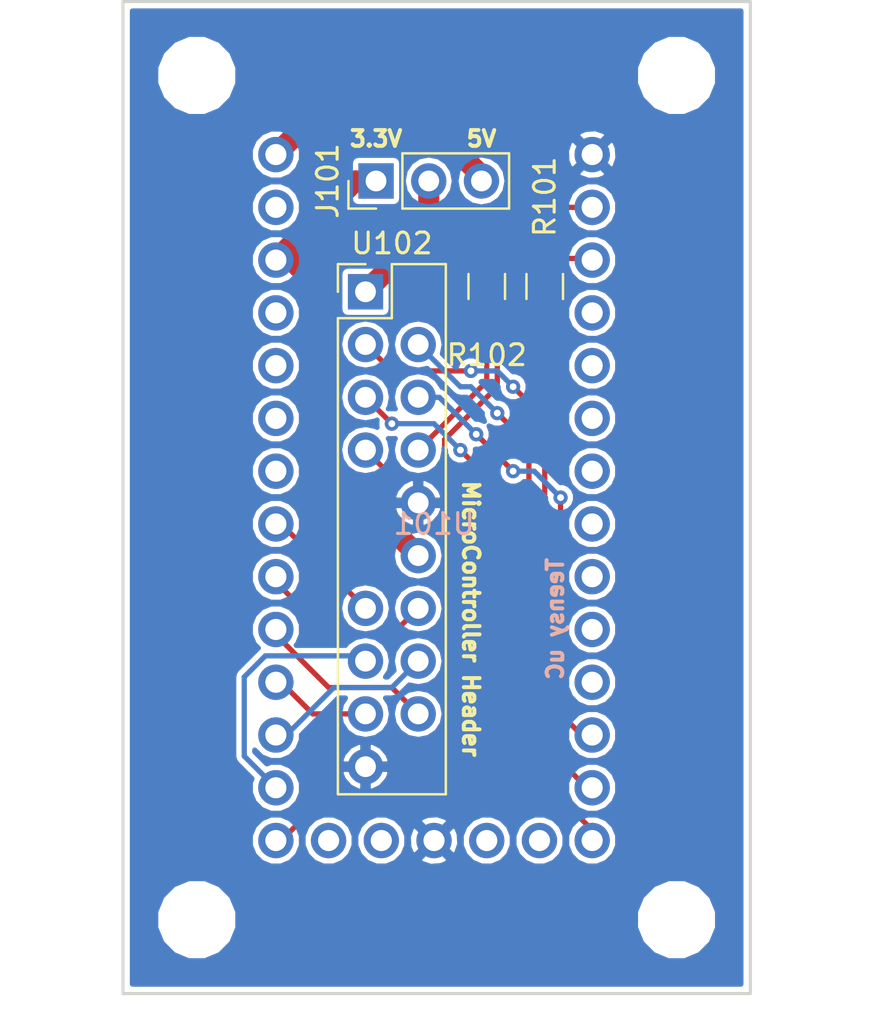
<source format=kicad_pcb>
(kicad_pcb (version 4) (host pcbnew 4.0.6-e0-6349~53~ubuntu14.04.1)

  (general
    (links 21)
    (no_connects 0)
    (area 128.956999 62.408999 159.333001 110.311001)
    (thickness 1.6)
    (drawings 8)
    (tracks 90)
    (zones 0)
    (modules 9)
    (nets 36)
  )

  (page A4)
  (layers
    (0 F.Cu signal)
    (31 B.Cu signal)
    (32 B.Adhes user)
    (33 F.Adhes user)
    (34 B.Paste user)
    (35 F.Paste user)
    (36 B.SilkS user)
    (37 F.SilkS user)
    (38 B.Mask user)
    (39 F.Mask user)
    (40 Dwgs.User user)
    (41 Cmts.User user)
    (42 Eco1.User user)
    (43 Eco2.User user)
    (44 Edge.Cuts user)
    (45 Margin user)
    (46 B.CrtYd user)
    (47 F.CrtYd user)
    (48 B.Fab user)
    (49 F.Fab user)
  )

  (setup
    (last_trace_width 0.254)
    (user_trace_width 0.6096)
    (user_trace_width 1.016)
    (trace_clearance 0.1524)
    (zone_clearance 0.254)
    (zone_45_only no)
    (trace_min 0.1524)
    (segment_width 0.2)
    (edge_width 0.15)
    (via_size 0.6858)
    (via_drill 0.3302)
    (via_min_size 0.6858)
    (via_min_drill 0.3302)
    (uvia_size 0.3)
    (uvia_drill 0.1)
    (uvias_allowed no)
    (uvia_min_size 0.2)
    (uvia_min_drill 0.1)
    (pcb_text_width 0.3)
    (pcb_text_size 1.5 1.5)
    (mod_edge_width 0.15)
    (mod_text_size 1 1)
    (mod_text_width 0.15)
    (pad_size 1.55 1.3)
    (pad_drill 0)
    (pad_to_mask_clearance 0.2)
    (aux_axis_origin 0 0)
    (visible_elements 7FFEF7FF)
    (pcbplotparams
      (layerselection 0x00030_80000001)
      (usegerberextensions false)
      (excludeedgelayer true)
      (linewidth 0.100000)
      (plotframeref false)
      (viasonmask false)
      (mode 1)
      (useauxorigin false)
      (hpglpennumber 1)
      (hpglpenspeed 20)
      (hpglpendiameter 15)
      (hpglpenoverlay 2)
      (psnegative false)
      (psa4output false)
      (plotreference true)
      (plotvalue true)
      (plotinvisibletext false)
      (padsonsilk false)
      (subtractmaskfromsilk false)
      (outputformat 1)
      (mirror false)
      (drillshape 1)
      (scaleselection 1)
      (outputdirectory ""))
  )

  (net 0 "")
  (net 1 /3.3V)
  (net 2 "Net-(J101-Pad2)")
  (net 3 /5.0V)
  (net 4 "Net-(R101-Pad1)")
  (net 5 /TEENSY_TX)
  (net 6 /TEENSY_RX)
  (net 7 "Net-(R102-Pad2)")
  (net 8 /SPI_CS)
  (net 9 /SPI_MOSI)
  (net 10 /SPI_MISO)
  (net 11 /SPI_CLK)
  (net 12 /AIO0)
  (net 13 /AIO1)
  (net 14 /AIO2)
  (net 15 /AIO3)
  (net 16 /I2C_SDAT)
  (net 17 /I2C_SCLK)
  (net 18 /GND)
  (net 19 "Net-(U101-Pad2)")
  (net 20 "Net-(U101-Pad3)")
  (net 21 "Net-(U101-Pad4)")
  (net 22 "Net-(U101-Pad5)")
  (net 23 "Net-(U101-Pad6)")
  (net 24 "Net-(U101-Pad7)")
  (net 25 "Net-(U101-Pad8)")
  (net 26 "Net-(U101-Pad9)")
  (net 27 "Net-(U101-Pad20)")
  (net 28 "Net-(U101-Pad21)")
  (net 29 "Net-(U101-Pad22)")
  (net 30 "Net-(U101-Pad23)")
  (net 31 "Net-(U101-Pad25)")
  (net 32 "Net-(U101-Pad28)")
  (net 33 "Net-(U101-Pad29)")
  (net 34 "Net-(U101-Pad31)")
  (net 35 "Net-(U101-Pad32)")

  (net_class Default "This is the default net class."
    (clearance 0.1524)
    (trace_width 0.254)
    (via_dia 0.6858)
    (via_drill 0.3302)
    (uvia_dia 0.3)
    (uvia_drill 0.1)
    (add_net /3.3V)
    (add_net /5.0V)
    (add_net /AIO0)
    (add_net /AIO1)
    (add_net /AIO2)
    (add_net /AIO3)
    (add_net /GND)
    (add_net /I2C_SCLK)
    (add_net /I2C_SDAT)
    (add_net /SPI_CLK)
    (add_net /SPI_CS)
    (add_net /SPI_MISO)
    (add_net /SPI_MOSI)
    (add_net /TEENSY_RX)
    (add_net /TEENSY_TX)
    (add_net "Net-(J101-Pad2)")
    (add_net "Net-(R101-Pad1)")
    (add_net "Net-(R102-Pad2)")
    (add_net "Net-(U101-Pad2)")
    (add_net "Net-(U101-Pad20)")
    (add_net "Net-(U101-Pad21)")
    (add_net "Net-(U101-Pad22)")
    (add_net "Net-(U101-Pad23)")
    (add_net "Net-(U101-Pad25)")
    (add_net "Net-(U101-Pad28)")
    (add_net "Net-(U101-Pad29)")
    (add_net "Net-(U101-Pad3)")
    (add_net "Net-(U101-Pad31)")
    (add_net "Net-(U101-Pad32)")
    (add_net "Net-(U101-Pad4)")
    (add_net "Net-(U101-Pad5)")
    (add_net "Net-(U101-Pad6)")
    (add_net "Net-(U101-Pad7)")
    (add_net "Net-(U101-Pad8)")
    (add_net "Net-(U101-Pad9)")
  )

  (module Mounting_Holes:MountingHole_3.2mm_M3 locked (layer F.Cu) (tedit 5930BE39) (tstamp 592EF114)
    (at 155.702 106.68)
    (descr "Mounting Hole 3.2mm, no annular, M3")
    (tags "mounting hole 3.2mm no annular m3")
    (fp_text reference REF** (at 0 -4.2) (layer F.SilkS) hide
      (effects (font (size 1 1) (thickness 0.15)))
    )
    (fp_text value MountingHole_3.2mm_M3 (at 0 4.2) (layer F.Fab)
      (effects (font (size 1 1) (thickness 0.15)))
    )
    (fp_circle (center 0 0) (end 3.2 0) (layer Cmts.User) (width 0.15))
    (fp_circle (center 0 0) (end 3.45 0) (layer F.CrtYd) (width 0.05))
    (pad 1 np_thru_hole circle (at 0 0) (size 3.2 3.2) (drill 3.2) (layers *.Cu *.Mask))
  )

  (module Mounting_Holes:MountingHole_3.2mm_M3 locked (layer F.Cu) (tedit 5930BE41) (tstamp 592EF10B)
    (at 132.588 106.68)
    (descr "Mounting Hole 3.2mm, no annular, M3")
    (tags "mounting hole 3.2mm no annular m3")
    (fp_text reference REF** (at 0 -4.2) (layer F.SilkS) hide
      (effects (font (size 1 1) (thickness 0.15)))
    )
    (fp_text value MountingHole_3.2mm_M3 (at 0 4.2) (layer F.Fab)
      (effects (font (size 1 1) (thickness 0.15)))
    )
    (fp_circle (center 0 0) (end 3.2 0) (layer Cmts.User) (width 0.15))
    (fp_circle (center 0 0) (end 3.45 0) (layer F.CrtYd) (width 0.05))
    (pad 1 np_thru_hole circle (at 0 0) (size 3.2 3.2) (drill 3.2) (layers *.Cu *.Mask))
  )

  (module Mounting_Holes:MountingHole_3.2mm_M3 locked (layer F.Cu) (tedit 5930BE27) (tstamp 592EF0D8)
    (at 132.588 66.04)
    (descr "Mounting Hole 3.2mm, no annular, M3")
    (tags "mounting hole 3.2mm no annular m3")
    (fp_text reference REF** (at 0 -4.2) (layer F.SilkS) hide
      (effects (font (size 1 1) (thickness 0.15)))
    )
    (fp_text value MountingHole_3.2mm_M3 (at 0 4.2) (layer F.Fab)
      (effects (font (size 1 1) (thickness 0.15)))
    )
    (fp_circle (center 0 0) (end 3.2 0) (layer Cmts.User) (width 0.15))
    (fp_circle (center 0 0) (end 3.45 0) (layer F.CrtYd) (width 0.05))
    (pad 1 np_thru_hole circle (at 0 0) (size 3.2 3.2) (drill 3.2) (layers *.Cu *.Mask))
  )

  (module Pin_Headers:Pin_Header_Straight_1x03_Pitch2.54mm (layer F.Cu) (tedit 58CD4EC1) (tstamp 592B8274)
    (at 141.224 71.12 90)
    (descr "Through hole straight pin header, 1x03, 2.54mm pitch, single row")
    (tags "Through hole pin header THT 1x03 2.54mm single row")
    (path /592B3FA3)
    (fp_text reference J101 (at 0 -2.33 90) (layer F.SilkS)
      (effects (font (size 1 1) (thickness 0.15)))
    )
    (fp_text value CONN_01X03 (at 0 7.41 90) (layer F.Fab)
      (effects (font (size 1 1) (thickness 0.15)))
    )
    (fp_line (start -1.27 -1.27) (end -1.27 6.35) (layer F.Fab) (width 0.1))
    (fp_line (start -1.27 6.35) (end 1.27 6.35) (layer F.Fab) (width 0.1))
    (fp_line (start 1.27 6.35) (end 1.27 -1.27) (layer F.Fab) (width 0.1))
    (fp_line (start 1.27 -1.27) (end -1.27 -1.27) (layer F.Fab) (width 0.1))
    (fp_line (start -1.33 1.27) (end -1.33 6.41) (layer F.SilkS) (width 0.12))
    (fp_line (start -1.33 6.41) (end 1.33 6.41) (layer F.SilkS) (width 0.12))
    (fp_line (start 1.33 6.41) (end 1.33 1.27) (layer F.SilkS) (width 0.12))
    (fp_line (start 1.33 1.27) (end -1.33 1.27) (layer F.SilkS) (width 0.12))
    (fp_line (start -1.33 0) (end -1.33 -1.33) (layer F.SilkS) (width 0.12))
    (fp_line (start -1.33 -1.33) (end 0 -1.33) (layer F.SilkS) (width 0.12))
    (fp_line (start -1.8 -1.8) (end -1.8 6.85) (layer F.CrtYd) (width 0.05))
    (fp_line (start -1.8 6.85) (end 1.8 6.85) (layer F.CrtYd) (width 0.05))
    (fp_line (start 1.8 6.85) (end 1.8 -1.8) (layer F.CrtYd) (width 0.05))
    (fp_line (start 1.8 -1.8) (end -1.8 -1.8) (layer F.CrtYd) (width 0.05))
    (fp_text user %R (at 0 -2.33 90) (layer F.Fab)
      (effects (font (size 1 1) (thickness 0.15)))
    )
    (pad 1 thru_hole rect (at 0 0 90) (size 1.7 1.7) (drill 1) (layers *.Cu *.Mask)
      (net 1 /3.3V))
    (pad 2 thru_hole oval (at 0 2.54 90) (size 1.7 1.7) (drill 1) (layers *.Cu *.Mask)
      (net 2 "Net-(J101-Pad2)"))
    (pad 3 thru_hole oval (at 0 5.08 90) (size 1.7 1.7) (drill 1) (layers *.Cu *.Mask)
      (net 3 /5.0V))
    (model ${KISYS3DMOD}/Pin_Headers.3dshapes/Pin_Header_Straight_1x03_Pitch2.54mm.wrl
      (at (xyz 0 -0.1 0))
      (scale (xyz 1 1 1))
      (rotate (xyz 0 0 90))
    )
  )

  (module Resistors_SMD:R_0805_HandSoldering (layer F.Cu) (tedit 592C97D7) (tstamp 592B827A)
    (at 149.352 76.2 90)
    (descr "Resistor SMD 0805, hand soldering")
    (tags "resistor 0805")
    (path /592B478D)
    (attr smd)
    (fp_text reference R101 (at 4.318 0 270) (layer F.SilkS)
      (effects (font (size 1 1) (thickness 0.15)))
    )
    (fp_text value 0 (at 0 1.75 90) (layer F.Fab)
      (effects (font (size 1 1) (thickness 0.15)))
    )
    (fp_text user %R (at 0 0 90) (layer F.Fab)
      (effects (font (size 0.5 0.5) (thickness 0.075)))
    )
    (fp_line (start -1 0.62) (end -1 -0.62) (layer F.Fab) (width 0.1))
    (fp_line (start 1 0.62) (end -1 0.62) (layer F.Fab) (width 0.1))
    (fp_line (start 1 -0.62) (end 1 0.62) (layer F.Fab) (width 0.1))
    (fp_line (start -1 -0.62) (end 1 -0.62) (layer F.Fab) (width 0.1))
    (fp_line (start 0.6 0.88) (end -0.6 0.88) (layer F.SilkS) (width 0.12))
    (fp_line (start -0.6 -0.88) (end 0.6 -0.88) (layer F.SilkS) (width 0.12))
    (fp_line (start -2.35 -0.9) (end 2.35 -0.9) (layer F.CrtYd) (width 0.05))
    (fp_line (start -2.35 -0.9) (end -2.35 0.9) (layer F.CrtYd) (width 0.05))
    (fp_line (start 2.35 0.9) (end 2.35 -0.9) (layer F.CrtYd) (width 0.05))
    (fp_line (start 2.35 0.9) (end -2.35 0.9) (layer F.CrtYd) (width 0.05))
    (pad 1 smd rect (at -1.35 0 90) (size 1.5 1.3) (layers F.Cu F.Paste F.Mask)
      (net 4 "Net-(R101-Pad1)"))
    (pad 2 smd rect (at 1.35 0 90) (size 1.5 1.3) (layers F.Cu F.Paste F.Mask)
      (net 5 /TEENSY_TX))
    (model ${KISYS3DMOD}/Resistors_SMD.3dshapes/R_0805.wrl
      (at (xyz 0 0 0))
      (scale (xyz 1 1 1))
      (rotate (xyz 0 0 0))
    )
  )

  (module Resistors_SMD:R_0805_HandSoldering (layer F.Cu) (tedit 592C97CA) (tstamp 592B8280)
    (at 146.558 76.2 270)
    (descr "Resistor SMD 0805, hand soldering")
    (tags "resistor 0805")
    (path /592B4823)
    (attr smd)
    (fp_text reference R102 (at 3.302 0 360) (layer F.SilkS)
      (effects (font (size 1 1) (thickness 0.15)))
    )
    (fp_text value 0 (at 0 1.75 270) (layer F.Fab)
      (effects (font (size 1 1) (thickness 0.15)))
    )
    (fp_text user %R (at 0 0 270) (layer F.Fab)
      (effects (font (size 0.5 0.5) (thickness 0.075)))
    )
    (fp_line (start -1 0.62) (end -1 -0.62) (layer F.Fab) (width 0.1))
    (fp_line (start 1 0.62) (end -1 0.62) (layer F.Fab) (width 0.1))
    (fp_line (start 1 -0.62) (end 1 0.62) (layer F.Fab) (width 0.1))
    (fp_line (start -1 -0.62) (end 1 -0.62) (layer F.Fab) (width 0.1))
    (fp_line (start 0.6 0.88) (end -0.6 0.88) (layer F.SilkS) (width 0.12))
    (fp_line (start -0.6 -0.88) (end 0.6 -0.88) (layer F.SilkS) (width 0.12))
    (fp_line (start -2.35 -0.9) (end 2.35 -0.9) (layer F.CrtYd) (width 0.05))
    (fp_line (start -2.35 -0.9) (end -2.35 0.9) (layer F.CrtYd) (width 0.05))
    (fp_line (start 2.35 0.9) (end 2.35 -0.9) (layer F.CrtYd) (width 0.05))
    (fp_line (start 2.35 0.9) (end -2.35 0.9) (layer F.CrtYd) (width 0.05))
    (pad 1 smd rect (at -1.35 0 270) (size 1.5 1.3) (layers F.Cu F.Paste F.Mask)
      (net 6 /TEENSY_RX))
    (pad 2 smd rect (at 1.35 0 270) (size 1.5 1.3) (layers F.Cu F.Paste F.Mask)
      (net 7 "Net-(R102-Pad2)"))
    (model ${KISYS3DMOD}/Resistors_SMD.3dshapes/R_0805.wrl
      (at (xyz 0 0 0))
      (scale (xyz 1 1 1))
      (rotate (xyz 0 0 0))
    )
  )

  (module Mounting_Holes:MountingHole_3.2mm_M3 locked (layer F.Cu) (tedit 5930BE2F) (tstamp 592EF0C9)
    (at 155.702 66.04)
    (descr "Mounting Hole 3.2mm, no annular, M3")
    (tags "mounting hole 3.2mm no annular m3")
    (fp_text reference REF** (at 0 -4.2) (layer F.SilkS) hide
      (effects (font (size 1 1) (thickness 0.15)))
    )
    (fp_text value MountingHole_3.2mm_M3 (at 0 4.2) (layer F.Fab)
      (effects (font (size 1 1) (thickness 0.15)))
    )
    (fp_circle (center 0 0) (end 3.2 0) (layer Cmts.User) (width 0.15))
    (fp_circle (center 0 0) (end 3.45 0) (layer F.CrtYd) (width 0.05))
    (pad 1 np_thru_hole circle (at 0 0) (size 3.2 3.2) (drill 3.2) (layers *.Cu *.Mask))
  )

  (module micro_c_header:MicroC_Header_Pitch2.54mm (layer F.Cu) (tedit 591BD97C) (tstamp 592EF484)
    (at 140.716 76.454)
    (descr "Through hole straight pin header, 2x10, 2.54mm pitch, double rows")
    (tags "Through hole pin header THT 2x10 2.54mm double row")
    (path /59279C22)
    (fp_text reference U102 (at 1.27 -2.33) (layer F.SilkS)
      (effects (font (size 1 1) (thickness 0.15)))
    )
    (fp_text value MicroC_Header (at 1.27 25.19) (layer F.Fab)
      (effects (font (size 1 1) (thickness 0.15)))
    )
    (fp_line (start -1.27 -1.27) (end -1.27 24.13) (layer F.Fab) (width 0.1))
    (fp_line (start -1.27 24.13) (end 3.81 24.13) (layer F.Fab) (width 0.1))
    (fp_line (start 3.81 24.13) (end 3.81 -1.27) (layer F.Fab) (width 0.1))
    (fp_line (start 3.81 -1.27) (end -1.27 -1.27) (layer F.Fab) (width 0.1))
    (fp_line (start -1.33 1.27) (end -1.33 24.19) (layer F.SilkS) (width 0.12))
    (fp_line (start -1.33 24.19) (end 3.87 24.19) (layer F.SilkS) (width 0.12))
    (fp_line (start 3.87 24.19) (end 3.87 -1.33) (layer F.SilkS) (width 0.12))
    (fp_line (start 3.87 -1.33) (end 1.27 -1.33) (layer F.SilkS) (width 0.12))
    (fp_line (start 1.27 -1.33) (end 1.27 1.27) (layer F.SilkS) (width 0.12))
    (fp_line (start 1.27 1.27) (end -1.33 1.27) (layer F.SilkS) (width 0.12))
    (fp_line (start -1.33 0) (end -1.33 -1.33) (layer F.SilkS) (width 0.12))
    (fp_line (start -1.33 -1.33) (end 0 -1.33) (layer F.SilkS) (width 0.12))
    (fp_line (start -1.8 -1.8) (end -1.8 24.65) (layer F.CrtYd) (width 0.05))
    (fp_line (start -1.8 24.65) (end 4.35 24.65) (layer F.CrtYd) (width 0.05))
    (fp_line (start 4.35 24.65) (end 4.35 -1.8) (layer F.CrtYd) (width 0.05))
    (fp_line (start 4.35 -1.8) (end -1.8 -1.8) (layer F.CrtYd) (width 0.05))
    (fp_text user %R (at 1.27 -2.33) (layer F.Fab)
      (effects (font (size 1 1) (thickness 0.15)))
    )
    (pad 1 thru_hole rect (at 0 0) (size 1.7 1.7) (drill 1) (layers *.Cu *.Mask)
      (net 2 "Net-(J101-Pad2)"))
    (pad 3 thru_hole oval (at 0 2.54) (size 1.7 1.7) (drill 1) (layers *.Cu *.Mask)
      (net 9 /SPI_MOSI))
    (pad 4 thru_hole oval (at 2.54 2.54) (size 1.7 1.7) (drill 1) (layers *.Cu *.Mask)
      (net 10 /SPI_MISO))
    (pad 5 thru_hole oval (at 0 5.08) (size 1.7 1.7) (drill 1) (layers *.Cu *.Mask)
      (net 11 /SPI_CLK))
    (pad 6 thru_hole oval (at 2.54 5.08) (size 1.7 1.7) (drill 1) (layers *.Cu *.Mask)
      (net 8 /SPI_CS))
    (pad 7 thru_hole oval (at 0 7.62) (size 1.7 1.7) (drill 1) (layers *.Cu *.Mask)
      (net 4 "Net-(R101-Pad1)"))
    (pad 8 thru_hole oval (at 2.54 7.62) (size 1.7 1.7) (drill 1) (layers *.Cu *.Mask)
      (net 7 "Net-(R102-Pad2)"))
    (pad 10 thru_hole oval (at 2.54 10.16) (size 1.7 1.7) (drill 1) (layers *.Cu *.Mask)
      (net 18 /GND))
    (pad 12 thru_hole oval (at 2.54 12.7) (size 1.7 1.7) (drill 1) (layers *.Cu *.Mask)
      (net 1 /3.3V))
    (pad 13 thru_hole oval (at 0 15.24) (size 1.7 1.7) (drill 1) (layers *.Cu *.Mask)
      (net 17 /I2C_SCLK))
    (pad 14 thru_hole oval (at 2.54 15.24) (size 1.7 1.7) (drill 1) (layers *.Cu *.Mask)
      (net 16 /I2C_SDAT))
    (pad 15 thru_hole oval (at 0 17.78) (size 1.7 1.7) (drill 1) (layers *.Cu *.Mask)
      (net 12 /AIO0))
    (pad 16 thru_hole oval (at 2.54 17.78) (size 1.7 1.7) (drill 1) (layers *.Cu *.Mask)
      (net 13 /AIO1))
    (pad 17 thru_hole oval (at 0 20.32) (size 1.7 1.7) (drill 1) (layers *.Cu *.Mask)
      (net 14 /AIO2))
    (pad 18 thru_hole oval (at 2.54 20.32) (size 1.7 1.7) (drill 1) (layers *.Cu *.Mask)
      (net 15 /AIO3))
    (pad 19 thru_hole oval (at 0 22.86) (size 1.7 1.7) (drill 1) (layers *.Cu *.Mask)
      (net 18 /GND))
    (model ${KISYS3DMOD}/Pin_Headers.3dshapes/Pin_Header_Straight_2x10_Pitch2.54mm.wrl
      (at (xyz 0.05 -0.45 0))
      (scale (xyz 1 1 1))
      (rotate (xyz 0 0 90))
    )
  )

  (module teensy_convertor:Teensy-32 (layer B.Cu) (tedit 592B8544) (tstamp 59349FB9)
    (at 144.018 85.09 180)
    (path /586B0354)
    (fp_text reference U101 (at 0 -2.54 180) (layer B.SilkS)
      (effects (font (size 1 1) (thickness 0.15)) (justify mirror))
    )
    (fp_text value Teensy-3.2 (at 0 0 180) (layer B.Fab)
      (effects (font (size 1 1) (thickness 0.15)) (justify mirror))
    )
    (pad 0 thru_hole circle (at -7.62 12.7 180) (size 1.7018 1.7018) (drill 1.016) (layers *.Cu *.Mask)
      (net 6 /TEENSY_RX))
    (pad 1 thru_hole circle (at -7.62 10.16 180) (size 1.7018 1.7018) (drill 1.016) (layers *.Cu *.Mask)
      (net 5 /TEENSY_TX))
    (pad 2 thru_hole circle (at -7.62 7.62 180) (size 1.7018 1.7018) (drill 1.016) (layers *.Cu *.Mask)
      (net 19 "Net-(U101-Pad2)"))
    (pad 3 thru_hole circle (at -7.62 5.08 180) (size 1.7018 1.7018) (drill 1.016) (layers *.Cu *.Mask)
      (net 20 "Net-(U101-Pad3)"))
    (pad 4 thru_hole circle (at -7.62 2.54 180) (size 1.7018 1.7018) (drill 1.016) (layers *.Cu *.Mask)
      (net 21 "Net-(U101-Pad4)"))
    (pad 5 thru_hole circle (at -7.62 0 180) (size 1.7018 1.7018) (drill 1.016) (layers *.Cu *.Mask)
      (net 22 "Net-(U101-Pad5)"))
    (pad 6 thru_hole circle (at -7.62 -2.54 180) (size 1.7018 1.7018) (drill 1.016) (layers *.Cu *.Mask)
      (net 23 "Net-(U101-Pad6)"))
    (pad 7 thru_hole circle (at -7.62 -5.08 180) (size 1.7018 1.7018) (drill 1.016) (layers *.Cu *.Mask)
      (net 24 "Net-(U101-Pad7)"))
    (pad 8 thru_hole circle (at -7.62 -7.62 180) (size 1.7018 1.7018) (drill 1.016) (layers *.Cu *.Mask)
      (net 25 "Net-(U101-Pad8)"))
    (pad 9 thru_hole circle (at -7.62 -10.16 180) (size 1.7018 1.7018) (drill 1.016) (layers *.Cu *.Mask)
      (net 26 "Net-(U101-Pad9)"))
    (pad 10 thru_hole circle (at -7.62 -12.7 180) (size 1.7018 1.7018) (drill 1.016) (layers *.Cu *.Mask)
      (net 8 /SPI_CS))
    (pad 11 thru_hole circle (at -7.62 -15.24 180) (size 1.7018 1.7018) (drill 1.016) (layers *.Cu *.Mask)
      (net 9 /SPI_MOSI))
    (pad 12 thru_hole circle (at -7.62 -17.78 180) (size 1.7018 1.7018) (drill 1.016) (layers *.Cu *.Mask)
      (net 10 /SPI_MISO))
    (pad 13 thru_hole circle (at 7.62 -17.78 180) (size 1.7018 1.7018) (drill 1.016) (layers *.Cu *.Mask)
      (net 11 /SPI_CLK))
    (pad 14 thru_hole circle (at 7.62 -15.24 180) (size 1.7018 1.7018) (drill 1.016) (layers *.Cu *.Mask)
      (net 12 /AIO0))
    (pad 15 thru_hole circle (at 7.62 -12.7 180) (size 1.7018 1.7018) (drill 1.016) (layers *.Cu *.Mask)
      (net 13 /AIO1))
    (pad 16 thru_hole circle (at 7.62 -10.16 180) (size 1.7018 1.7018) (drill 1.016) (layers *.Cu *.Mask)
      (net 14 /AIO2))
    (pad 17 thru_hole circle (at 7.62 -7.62 180) (size 1.7018 1.7018) (drill 1.016) (layers *.Cu *.Mask)
      (net 15 /AIO3))
    (pad 18 thru_hole circle (at 7.62 -5.08 180) (size 1.7018 1.7018) (drill 1.016) (layers *.Cu *.Mask)
      (net 16 /I2C_SDAT))
    (pad 19 thru_hole circle (at 7.62 -2.54 180) (size 1.7018 1.7018) (drill 1.016) (layers *.Cu *.Mask)
      (net 17 /I2C_SCLK))
    (pad 20 thru_hole circle (at 7.62 0 180) (size 1.7018 1.7018) (drill 1.016) (layers *.Cu *.Mask)
      (net 27 "Net-(U101-Pad20)"))
    (pad 21 thru_hole circle (at 7.62 2.54 180) (size 1.7018 1.7018) (drill 1.016) (layers *.Cu *.Mask)
      (net 28 "Net-(U101-Pad21)"))
    (pad 22 thru_hole circle (at 7.62 5.08 180) (size 1.7018 1.7018) (drill 1.016) (layers *.Cu *.Mask)
      (net 29 "Net-(U101-Pad22)"))
    (pad 23 thru_hole circle (at 7.62 7.62 180) (size 1.7018 1.7018) (drill 1.016) (layers *.Cu *.Mask)
      (net 30 "Net-(U101-Pad23)"))
    (pad 24 thru_hole circle (at 7.62 10.16 180) (size 1.7018 1.7018) (drill 1.016) (layers *.Cu *.Mask)
      (net 1 /3.3V))
    (pad 25 thru_hole circle (at 7.62 12.7 180) (size 1.7018 1.7018) (drill 1.016) (layers *.Cu *.Mask)
      (net 31 "Net-(U101-Pad25)"))
    (pad 26 thru_hole circle (at 7.62 15.24 180) (size 1.7018 1.7018) (drill 1.016) (layers *.Cu *.Mask)
      (net 3 /5.0V))
    (pad 27 thru_hole circle (at -7.62 15.24 180) (size 1.7018 1.7018) (drill 1.016) (layers *.Cu *.Mask)
      (net 18 /GND))
    (pad 28 thru_hole circle (at -5.08 -17.78 180) (size 1.7018 1.7018) (drill 1.016) (layers *.Cu *.Mask)
      (net 32 "Net-(U101-Pad28)"))
    (pad 29 thru_hole circle (at -2.54 -17.78 180) (size 1.7018 1.7018) (drill 1.016) (layers *.Cu *.Mask)
      (net 33 "Net-(U101-Pad29)"))
    (pad 30 thru_hole circle (at 0 -17.78 180) (size 1.7018 1.7018) (drill 1.016) (layers *.Cu *.Mask)
      (net 18 /GND))
    (pad 31 thru_hole circle (at 2.54 -17.78 180) (size 1.7018 1.7018) (drill 1.016) (layers *.Cu *.Mask)
      (net 34 "Net-(U101-Pad31)"))
    (pad 32 thru_hole circle (at 5.08 -17.78 180) (size 1.7018 1.7018) (drill 1.016) (layers *.Cu *.Mask)
      (net 35 "Net-(U101-Pad32)"))
  )

  (gr_text "Teensy uC" (at 149.86 92.202 90) (layer B.SilkS)
    (effects (font (size 0.762 0.762) (thickness 0.1905)) (justify mirror))
  )
  (gr_text "MicroController Header" (at 145.796 92.202 270) (layer F.SilkS)
    (effects (font (size 0.762 0.762) (thickness 0.1905)))
  )
  (gr_line (start 159.258 62.484) (end 129.032 62.484) (angle 90) (layer Edge.Cuts) (width 0.15))
  (gr_line (start 159.258 110.236) (end 159.258 62.484) (angle 90) (layer Edge.Cuts) (width 0.15))
  (gr_line (start 129.032 110.236) (end 159.258 110.236) (angle 90) (layer Edge.Cuts) (width 0.15))
  (gr_line (start 129.032 62.484) (end 129.032 110.236) (angle 90) (layer Edge.Cuts) (width 0.15))
  (gr_text 3.3V (at 141.224 69.088) (layer F.SilkS)
    (effects (font (size 0.762 0.762) (thickness 0.1905)))
  )
  (gr_text 5V (at 146.304 69.088) (layer F.SilkS)
    (effects (font (size 0.762 0.762) (thickness 0.1905)))
  )

  (segment (start 136.398 74.93) (end 137.16 74.93) (width 1.016) (layer F.Cu) (net 1))
  (segment (start 137.16 74.93) (end 138.43 76.2) (width 1.016) (layer F.Cu) (net 1) (tstamp 5930EACD))
  (segment (start 138.43 84.328) (end 143.256 89.154) (width 1.016) (layer F.Cu) (net 1) (tstamp 5930EAD9))
  (segment (start 138.43 76.2) (end 138.43 84.328) (width 1.016) (layer F.Cu) (net 1) (tstamp 5930EAD0))
  (segment (start 141.224 71.12) (end 140.208 71.12) (width 1.016) (layer F.Cu) (net 1))
  (segment (start 140.208 71.12) (end 136.398 74.93) (width 1.016) (layer F.Cu) (net 1) (tstamp 5930BFFE))
  (segment (start 143.764 71.12) (end 143.764 73.406) (width 1.016) (layer F.Cu) (net 2))
  (segment (start 143.764 73.406) (end 140.716 76.454) (width 1.016) (layer F.Cu) (net 2) (tstamp 5930C00C))
  (segment (start 136.398 69.85) (end 137.668 68.58) (width 1.016) (layer F.Cu) (net 3))
  (segment (start 144.018 68.58) (end 146.304 70.866) (width 1.016) (layer F.Cu) (net 3) (tstamp 5930BFEE))
  (segment (start 137.668 68.58) (end 144.018 68.58) (width 1.016) (layer F.Cu) (net 3) (tstamp 5930BFE9))
  (segment (start 146.304 70.866) (end 146.304 71.12) (width 1.016) (layer F.Cu) (net 3) (tstamp 5930BFF1))
  (segment (start 149.352 77.55) (end 148.51 77.55) (width 0.254) (layer F.Cu) (net 4))
  (segment (start 141.986 85.344) (end 140.716 84.074) (width 0.254) (layer F.Cu) (net 4) (tstamp 5930C23A))
  (segment (start 143.764 85.344) (end 141.986 85.344) (width 0.254) (layer F.Cu) (net 4) (tstamp 5930C230))
  (segment (start 144.526 84.582) (end 143.764 85.344) (width 0.254) (layer F.Cu) (net 4) (tstamp 5930C22D))
  (segment (start 144.526 83.566) (end 144.526 84.582) (width 0.254) (layer F.Cu) (net 4) (tstamp 5930C223))
  (segment (start 147.066 81.026) (end 144.526 83.566) (width 0.254) (layer F.Cu) (net 4) (tstamp 5930C21A))
  (segment (start 147.066 78.994) (end 147.066 81.026) (width 0.254) (layer F.Cu) (net 4) (tstamp 5930C212))
  (segment (start 148.51 77.55) (end 147.066 78.994) (width 0.254) (layer F.Cu) (net 4) (tstamp 5930C202))
  (segment (start 149.352 74.85) (end 151.558 74.85) (width 0.254) (layer F.Cu) (net 5))
  (segment (start 151.558 74.85) (end 151.638 74.93) (width 0.254) (layer F.Cu) (net 5) (tstamp 5930C040))
  (segment (start 146.558 74.85) (end 146.558 74.422) (width 0.254) (layer F.Cu) (net 6))
  (segment (start 146.558 74.422) (end 148.59 72.39) (width 0.254) (layer F.Cu) (net 6) (tstamp 5930C046))
  (segment (start 148.59 72.39) (end 151.638 72.39) (width 0.254) (layer F.Cu) (net 6) (tstamp 5930C049))
  (segment (start 146.558 77.55) (end 146.558 80.772) (width 0.254) (layer F.Cu) (net 7))
  (segment (start 146.558 80.772) (end 143.256 84.074) (width 0.254) (layer F.Cu) (net 7) (tstamp 5930C04F))
  (segment (start 151.638 97.79) (end 151.13 97.79) (width 0.254) (layer F.Cu) (net 8))
  (segment (start 151.13 97.79) (end 150.114 96.774) (width 0.254) (layer F.Cu) (net 8) (tstamp 5930E987))
  (segment (start 144.272 81.534) (end 143.256 81.534) (width 0.254) (layer B.Cu) (net 8) (tstamp 5930E9AB))
  (segment (start 146.05 83.312) (end 144.272 81.534) (width 0.254) (layer B.Cu) (net 8) (tstamp 5930E9AA))
  (via (at 146.05 83.312) (size 0.6858) (drill 0.3302) (layers F.Cu B.Cu) (net 8))
  (segment (start 147.828 85.09) (end 146.05 83.312) (width 0.254) (layer F.Cu) (net 8) (tstamp 5930E9A5))
  (via (at 147.828 85.09) (size 0.6858) (drill 0.3302) (layers F.Cu B.Cu) (net 8))
  (segment (start 148.844 85.09) (end 147.828 85.09) (width 0.254) (layer B.Cu) (net 8) (tstamp 5930E996))
  (segment (start 150.114 86.36) (end 148.844 85.09) (width 0.254) (layer B.Cu) (net 8) (tstamp 5930E995))
  (via (at 150.114 86.36) (size 0.6858) (drill 0.3302) (layers F.Cu B.Cu) (net 8))
  (segment (start 150.114 96.774) (end 150.114 86.36) (width 0.254) (layer F.Cu) (net 8) (tstamp 5930E98B))
  (segment (start 151.638 97.79) (end 151.638 97.536) (width 0.254) (layer F.Cu) (net 8))
  (segment (start 151.638 100.33) (end 151.384 100.33) (width 0.254) (layer F.Cu) (net 9))
  (segment (start 151.384 100.33) (end 149.352 98.298) (width 0.254) (layer F.Cu) (net 9) (tstamp 5930C48A))
  (segment (start 149.352 98.298) (end 149.352 82.55) (width 0.254) (layer F.Cu) (net 9) (tstamp 5930C490))
  (segment (start 149.352 82.55) (end 147.828 81.026) (width 0.254) (layer F.Cu) (net 9) (tstamp 5930C499))
  (via (at 147.828 81.026) (size 0.6858) (drill 0.3302) (layers F.Cu B.Cu) (net 9))
  (segment (start 147.828 81.026) (end 147.066 80.264) (width 0.254) (layer B.Cu) (net 9) (tstamp 5930C4A1))
  (segment (start 147.066 80.264) (end 145.796 80.264) (width 0.254) (layer B.Cu) (net 9) (tstamp 5930C4A2))
  (via (at 145.796 80.264) (size 0.6858) (drill 0.3302) (layers F.Cu B.Cu) (net 9))
  (segment (start 145.796 80.264) (end 141.986 80.264) (width 0.254) (layer F.Cu) (net 9) (tstamp 5930C4A6))
  (segment (start 141.986 80.264) (end 140.716 78.994) (width 0.254) (layer F.Cu) (net 9) (tstamp 5930C4A7))
  (segment (start 151.638 102.87) (end 151.638 102.362) (width 0.254) (layer F.Cu) (net 10))
  (segment (start 151.638 102.362) (end 148.59 99.314) (width 0.254) (layer F.Cu) (net 10) (tstamp 5930C537))
  (segment (start 148.59 99.314) (end 148.59 83.82) (width 0.254) (layer F.Cu) (net 10) (tstamp 5930C53A))
  (segment (start 148.59 83.82) (end 147.066 82.296) (width 0.254) (layer F.Cu) (net 10) (tstamp 5930C54A))
  (via (at 147.066 82.296) (size 0.6858) (drill 0.3302) (layers F.Cu B.Cu) (net 10))
  (segment (start 147.066 82.296) (end 145.796 81.026) (width 0.254) (layer B.Cu) (net 10) (tstamp 5930C556))
  (segment (start 145.796 81.026) (end 145.288 81.026) (width 0.254) (layer B.Cu) (net 10) (tstamp 5930C557))
  (segment (start 145.288 81.026) (end 143.256 78.994) (width 0.254) (layer B.Cu) (net 10) (tstamp 5930C55B))
  (segment (start 136.398 102.87) (end 136.652 102.87) (width 0.254) (layer F.Cu) (net 11))
  (segment (start 136.652 102.87) (end 138.43 101.092) (width 0.254) (layer F.Cu) (net 11) (tstamp 5930ED3A))
  (segment (start 138.43 101.092) (end 146.05 101.092) (width 0.254) (layer F.Cu) (net 11) (tstamp 5930ED3D))
  (segment (start 146.05 101.092) (end 147.828 99.314) (width 0.254) (layer F.Cu) (net 11) (tstamp 5930ED42))
  (segment (start 147.828 99.314) (end 147.828 86.614) (width 0.254) (layer F.Cu) (net 11) (tstamp 5930ED46))
  (segment (start 147.828 86.614) (end 145.288 84.074) (width 0.254) (layer F.Cu) (net 11) (tstamp 5930ED4D))
  (via (at 145.288 84.074) (size 0.6858) (drill 0.3302) (layers F.Cu B.Cu) (net 11))
  (segment (start 145.288 84.074) (end 144.018 82.804) (width 0.254) (layer B.Cu) (net 11) (tstamp 5930ED56))
  (segment (start 144.018 82.804) (end 141.986 82.804) (width 0.254) (layer B.Cu) (net 11) (tstamp 5930ED57))
  (via (at 141.986 82.804) (size 0.6858) (drill 0.3302) (layers F.Cu B.Cu) (net 11))
  (segment (start 141.986 82.804) (end 140.716 81.534) (width 0.254) (layer F.Cu) (net 11) (tstamp 5930ED5E))
  (segment (start 136.398 100.33) (end 134.874 98.806) (width 0.254) (layer B.Cu) (net 12))
  (segment (start 135.89 93.98) (end 140.462 93.98) (width 0.254) (layer B.Cu) (net 12) (tstamp 5930EAA4))
  (segment (start 134.874 94.996) (end 135.89 93.98) (width 0.254) (layer B.Cu) (net 12) (tstamp 5930EA9C))
  (segment (start 134.874 98.806) (end 134.874 94.996) (width 0.254) (layer B.Cu) (net 12) (tstamp 5930EA99))
  (segment (start 140.462 93.98) (end 140.716 94.234) (width 0.254) (layer B.Cu) (net 12) (tstamp 5930EAA7))
  (segment (start 136.398 97.79) (end 136.906 97.79) (width 0.254) (layer B.Cu) (net 13))
  (segment (start 136.906 97.79) (end 139.192 95.504) (width 0.254) (layer B.Cu) (net 13) (tstamp 5930EA88))
  (segment (start 139.192 95.504) (end 141.986 95.504) (width 0.254) (layer B.Cu) (net 13) (tstamp 5930EA8B))
  (segment (start 141.986 95.504) (end 143.256 94.234) (width 0.254) (layer B.Cu) (net 13) (tstamp 5930EA8F))
  (segment (start 136.398 95.25) (end 136.652 95.25) (width 0.254) (layer F.Cu) (net 14))
  (segment (start 136.652 95.25) (end 138.176 96.774) (width 0.254) (layer F.Cu) (net 14) (tstamp 5930E9F9))
  (segment (start 138.176 96.774) (end 140.716 96.774) (width 0.254) (layer F.Cu) (net 14) (tstamp 5930E9FE))
  (segment (start 136.398 92.71) (end 136.398 92.964) (width 0.254) (layer F.Cu) (net 15))
  (segment (start 136.398 92.964) (end 138.938 95.504) (width 0.254) (layer F.Cu) (net 15) (tstamp 5930EA24))
  (segment (start 138.938 95.504) (end 141.986 95.504) (width 0.254) (layer F.Cu) (net 15) (tstamp 5930EA36))
  (segment (start 141.986 95.504) (end 143.256 96.774) (width 0.254) (layer F.Cu) (net 15) (tstamp 5930EA3D))
  (segment (start 136.398 90.17) (end 136.398 90.424) (width 0.254) (layer F.Cu) (net 16))
  (segment (start 136.398 90.424) (end 138.938 92.964) (width 0.254) (layer F.Cu) (net 16) (tstamp 5930EA4C))
  (segment (start 138.938 92.964) (end 141.986 92.964) (width 0.254) (layer F.Cu) (net 16) (tstamp 5930EA52))
  (segment (start 141.986 92.964) (end 143.256 91.694) (width 0.254) (layer F.Cu) (net 16) (tstamp 5930EA56))
  (segment (start 136.398 87.63) (end 136.652 87.63) (width 0.254) (layer F.Cu) (net 17))
  (segment (start 136.652 87.63) (end 140.716 91.694) (width 0.254) (layer F.Cu) (net 17) (tstamp 5930EA47))

  (zone (net 18) (net_name /GND) (layer B.Cu) (tstamp 5930EAF6) (hatch edge 0.508)
    (connect_pads (clearance 0.254))
    (min_thickness 0.254)
    (fill yes (arc_segments 16) (thermal_gap 0.254) (thermal_bridge_width 0.508))
    (polygon
      (pts
        (xy 159.004 110.236) (xy 129.032 110.236) (xy 129.032 62.484) (xy 159.258 62.484)
      )
    )
    (filled_polygon
      (pts
        (xy 158.802 109.78) (xy 129.488 109.78) (xy 129.488 107.072316) (xy 130.606657 107.072316) (xy 130.907611 107.80068)
        (xy 131.464389 108.358431) (xy 132.192226 108.660655) (xy 132.980316 108.661343) (xy 133.70868 108.360389) (xy 134.266431 107.803611)
        (xy 134.568655 107.075774) (xy 134.568658 107.072316) (xy 153.720657 107.072316) (xy 154.021611 107.80068) (xy 154.578389 108.358431)
        (xy 155.306226 108.660655) (xy 156.094316 108.661343) (xy 156.82268 108.360389) (xy 157.380431 107.803611) (xy 157.682655 107.075774)
        (xy 157.683343 106.287684) (xy 157.382389 105.55932) (xy 156.825611 105.001569) (xy 156.097774 104.699345) (xy 155.309684 104.698657)
        (xy 154.58132 104.999611) (xy 154.023569 105.556389) (xy 153.721345 106.284226) (xy 153.720657 107.072316) (xy 134.568658 107.072316)
        (xy 134.569343 106.287684) (xy 134.268389 105.55932) (xy 133.711611 105.001569) (xy 132.983774 104.699345) (xy 132.195684 104.698657)
        (xy 131.46732 104.999611) (xy 130.909569 105.556389) (xy 130.607345 106.284226) (xy 130.606657 107.072316) (xy 129.488 107.072316)
        (xy 129.488 103.113965) (xy 135.165887 103.113965) (xy 135.353037 103.566903) (xy 135.699274 103.913745) (xy 136.151885 104.101685)
        (xy 136.641965 104.102113) (xy 137.094903 103.914963) (xy 137.441745 103.568726) (xy 137.629685 103.116115) (xy 137.629686 103.113965)
        (xy 137.705887 103.113965) (xy 137.893037 103.566903) (xy 138.239274 103.913745) (xy 138.691885 104.101685) (xy 139.181965 104.102113)
        (xy 139.634903 103.914963) (xy 139.981745 103.568726) (xy 140.169685 103.116115) (xy 140.169686 103.113965) (xy 140.245887 103.113965)
        (xy 140.433037 103.566903) (xy 140.779274 103.913745) (xy 141.231885 104.101685) (xy 141.721965 104.102113) (xy 142.174903 103.914963)
        (xy 142.314435 103.775674) (xy 143.291931 103.775674) (xy 143.38625 103.955593) (xy 143.849778 104.114717) (xy 144.338915 104.084345)
        (xy 144.64975 103.955593) (xy 144.744069 103.775674) (xy 144.018 103.049605) (xy 143.291931 103.775674) (xy 142.314435 103.775674)
        (xy 142.521745 103.568726) (xy 142.709685 103.116115) (xy 142.710046 102.701778) (xy 142.773283 102.701778) (xy 142.803655 103.190915)
        (xy 142.932407 103.50175) (xy 143.112326 103.596069) (xy 143.838395 102.87) (xy 144.197605 102.87) (xy 144.923674 103.596069)
        (xy 145.103593 103.50175) (xy 145.236715 103.113965) (xy 145.325887 103.113965) (xy 145.513037 103.566903) (xy 145.859274 103.913745)
        (xy 146.311885 104.101685) (xy 146.801965 104.102113) (xy 147.254903 103.914963) (xy 147.601745 103.568726) (xy 147.789685 103.116115)
        (xy 147.789686 103.113965) (xy 147.865887 103.113965) (xy 148.053037 103.566903) (xy 148.399274 103.913745) (xy 148.851885 104.101685)
        (xy 149.341965 104.102113) (xy 149.794903 103.914963) (xy 150.141745 103.568726) (xy 150.329685 103.116115) (xy 150.329686 103.113965)
        (xy 150.405887 103.113965) (xy 150.593037 103.566903) (xy 150.939274 103.913745) (xy 151.391885 104.101685) (xy 151.881965 104.102113)
        (xy 152.334903 103.914963) (xy 152.681745 103.568726) (xy 152.869685 103.116115) (xy 152.870113 102.626035) (xy 152.682963 102.173097)
        (xy 152.336726 101.826255) (xy 151.884115 101.638315) (xy 151.394035 101.637887) (xy 150.941097 101.825037) (xy 150.594255 102.171274)
        (xy 150.406315 102.623885) (xy 150.405887 103.113965) (xy 150.329686 103.113965) (xy 150.330113 102.626035) (xy 150.142963 102.173097)
        (xy 149.796726 101.826255) (xy 149.344115 101.638315) (xy 148.854035 101.637887) (xy 148.401097 101.825037) (xy 148.054255 102.171274)
        (xy 147.866315 102.623885) (xy 147.865887 103.113965) (xy 147.789686 103.113965) (xy 147.790113 102.626035) (xy 147.602963 102.173097)
        (xy 147.256726 101.826255) (xy 146.804115 101.638315) (xy 146.314035 101.637887) (xy 145.861097 101.825037) (xy 145.514255 102.171274)
        (xy 145.326315 102.623885) (xy 145.325887 103.113965) (xy 145.236715 103.113965) (xy 145.262717 103.038222) (xy 145.232345 102.549085)
        (xy 145.103593 102.23825) (xy 144.923674 102.143931) (xy 144.197605 102.87) (xy 143.838395 102.87) (xy 143.112326 102.143931)
        (xy 142.932407 102.23825) (xy 142.773283 102.701778) (xy 142.710046 102.701778) (xy 142.710113 102.626035) (xy 142.522963 102.173097)
        (xy 142.314557 101.964326) (xy 143.291931 101.964326) (xy 144.018 102.690395) (xy 144.744069 101.964326) (xy 144.64975 101.784407)
        (xy 144.186222 101.625283) (xy 143.697085 101.655655) (xy 143.38625 101.784407) (xy 143.291931 101.964326) (xy 142.314557 101.964326)
        (xy 142.176726 101.826255) (xy 141.724115 101.638315) (xy 141.234035 101.637887) (xy 140.781097 101.825037) (xy 140.434255 102.171274)
        (xy 140.246315 102.623885) (xy 140.245887 103.113965) (xy 140.169686 103.113965) (xy 140.170113 102.626035) (xy 139.982963 102.173097)
        (xy 139.636726 101.826255) (xy 139.184115 101.638315) (xy 138.694035 101.637887) (xy 138.241097 101.825037) (xy 137.894255 102.171274)
        (xy 137.706315 102.623885) (xy 137.705887 103.113965) (xy 137.629686 103.113965) (xy 137.630113 102.626035) (xy 137.442963 102.173097)
        (xy 137.096726 101.826255) (xy 136.644115 101.638315) (xy 136.154035 101.637887) (xy 135.701097 101.825037) (xy 135.354255 102.171274)
        (xy 135.166315 102.623885) (xy 135.165887 103.113965) (xy 129.488 103.113965) (xy 129.488 94.996) (xy 134.366 94.996)
        (xy 134.366 98.806) (xy 134.404669 99.000403) (xy 134.51479 99.16521) (xy 135.244698 99.895118) (xy 135.166315 100.083885)
        (xy 135.165887 100.573965) (xy 135.353037 101.026903) (xy 135.699274 101.373745) (xy 136.151885 101.561685) (xy 136.641965 101.562113)
        (xy 137.094903 101.374963) (xy 137.441745 101.028726) (xy 137.629685 100.576115) (xy 137.629686 100.573965) (xy 150.405887 100.573965)
        (xy 150.593037 101.026903) (xy 150.939274 101.373745) (xy 151.391885 101.561685) (xy 151.881965 101.562113) (xy 152.334903 101.374963)
        (xy 152.681745 101.028726) (xy 152.869685 100.576115) (xy 152.870113 100.086035) (xy 152.682963 99.633097) (xy 152.336726 99.286255)
        (xy 151.884115 99.098315) (xy 151.394035 99.097887) (xy 150.941097 99.285037) (xy 150.594255 99.631274) (xy 150.406315 100.083885)
        (xy 150.405887 100.573965) (xy 137.629686 100.573965) (xy 137.630113 100.086035) (xy 137.442963 99.633097) (xy 137.44085 99.63098)
        (xy 139.526511 99.63098) (xy 139.650755 99.930964) (xy 139.967944 100.291652) (xy 140.399018 100.503501) (xy 140.589 100.443193)
        (xy 140.589 99.441) (xy 140.843 99.441) (xy 140.843 100.443193) (xy 141.032982 100.503501) (xy 141.464056 100.291652)
        (xy 141.781245 99.930964) (xy 141.905489 99.63098) (xy 141.844627 99.441) (xy 140.843 99.441) (xy 140.589 99.441)
        (xy 139.587373 99.441) (xy 139.526511 99.63098) (xy 137.44085 99.63098) (xy 137.096726 99.286255) (xy 136.644115 99.098315)
        (xy 136.154035 99.097887) (xy 135.963171 99.17675) (xy 135.382 98.59558) (xy 135.382 98.515917) (xy 135.699274 98.833745)
        (xy 136.151885 99.021685) (xy 136.641965 99.022113) (xy 136.702694 98.99702) (xy 139.526511 98.99702) (xy 139.587373 99.187)
        (xy 140.589 99.187) (xy 140.589 98.184807) (xy 140.843 98.184807) (xy 140.843 99.187) (xy 141.844627 99.187)
        (xy 141.905489 98.99702) (xy 141.781245 98.697036) (xy 141.464056 98.336348) (xy 141.032982 98.124499) (xy 140.843 98.184807)
        (xy 140.589 98.184807) (xy 140.399018 98.124499) (xy 139.967944 98.336348) (xy 139.650755 98.697036) (xy 139.526511 98.99702)
        (xy 136.702694 98.99702) (xy 137.094903 98.834963) (xy 137.441745 98.488726) (xy 137.629685 98.036115) (xy 137.629686 98.033965)
        (xy 150.405887 98.033965) (xy 150.593037 98.486903) (xy 150.939274 98.833745) (xy 151.391885 99.021685) (xy 151.881965 99.022113)
        (xy 152.334903 98.834963) (xy 152.681745 98.488726) (xy 152.869685 98.036115) (xy 152.870113 97.546035) (xy 152.682963 97.093097)
        (xy 152.336726 96.746255) (xy 151.884115 96.558315) (xy 151.394035 96.557887) (xy 150.941097 96.745037) (xy 150.594255 97.091274)
        (xy 150.406315 97.543885) (xy 150.405887 98.033965) (xy 137.629686 98.033965) (xy 137.629905 97.784515) (xy 139.40242 96.012)
        (xy 139.748972 96.012) (xy 139.554587 96.302917) (xy 139.460883 96.774) (xy 139.554587 97.245083) (xy 139.821435 97.644448)
        (xy 140.2208 97.911296) (xy 140.691883 98.005) (xy 140.740117 98.005) (xy 141.2112 97.911296) (xy 141.610565 97.644448)
        (xy 141.877413 97.245083) (xy 141.971117 96.774) (xy 142.000883 96.774) (xy 142.094587 97.245083) (xy 142.361435 97.644448)
        (xy 142.7608 97.911296) (xy 143.231883 98.005) (xy 143.280117 98.005) (xy 143.7512 97.911296) (xy 144.150565 97.644448)
        (xy 144.417413 97.245083) (xy 144.511117 96.774) (xy 144.417413 96.302917) (xy 144.150565 95.903552) (xy 143.7512 95.636704)
        (xy 143.280117 95.543) (xy 143.231883 95.543) (xy 142.7608 95.636704) (xy 142.361435 95.903552) (xy 142.094587 96.302917)
        (xy 142.000883 96.774) (xy 141.971117 96.774) (xy 141.877413 96.302917) (xy 141.683028 96.012) (xy 141.986 96.012)
        (xy 142.180403 95.973331) (xy 142.34521 95.86321) (xy 142.714455 95.493965) (xy 150.405887 95.493965) (xy 150.593037 95.946903)
        (xy 150.939274 96.293745) (xy 151.391885 96.481685) (xy 151.881965 96.482113) (xy 152.334903 96.294963) (xy 152.681745 95.948726)
        (xy 152.869685 95.496115) (xy 152.870113 95.006035) (xy 152.682963 94.553097) (xy 152.336726 94.206255) (xy 151.884115 94.018315)
        (xy 151.394035 94.017887) (xy 150.941097 94.205037) (xy 150.594255 94.551274) (xy 150.406315 95.003885) (xy 150.405887 95.493965)
        (xy 142.714455 95.493965) (xy 142.824461 95.383959) (xy 143.231883 95.465) (xy 143.280117 95.465) (xy 143.7512 95.371296)
        (xy 144.150565 95.104448) (xy 144.417413 94.705083) (xy 144.511117 94.234) (xy 144.417413 93.762917) (xy 144.150565 93.363552)
        (xy 143.7512 93.096704) (xy 143.280117 93.003) (xy 143.231883 93.003) (xy 142.7608 93.096704) (xy 142.361435 93.363552)
        (xy 142.094587 93.762917) (xy 142.000883 94.234) (xy 142.089927 94.681653) (xy 141.77558 94.996) (xy 141.683028 94.996)
        (xy 141.877413 94.705083) (xy 141.971117 94.234) (xy 141.877413 93.762917) (xy 141.610565 93.363552) (xy 141.2112 93.096704)
        (xy 140.740117 93.003) (xy 140.691883 93.003) (xy 140.2208 93.096704) (xy 139.821435 93.363552) (xy 139.748972 93.472)
        (xy 137.37836 93.472) (xy 137.441745 93.408726) (xy 137.629685 92.956115) (xy 137.629686 92.953965) (xy 150.405887 92.953965)
        (xy 150.593037 93.406903) (xy 150.939274 93.753745) (xy 151.391885 93.941685) (xy 151.881965 93.942113) (xy 152.334903 93.754963)
        (xy 152.681745 93.408726) (xy 152.869685 92.956115) (xy 152.870113 92.466035) (xy 152.682963 92.013097) (xy 152.336726 91.666255)
        (xy 151.884115 91.478315) (xy 151.394035 91.477887) (xy 150.941097 91.665037) (xy 150.594255 92.011274) (xy 150.406315 92.463885)
        (xy 150.405887 92.953965) (xy 137.629686 92.953965) (xy 137.630113 92.466035) (xy 137.442963 92.013097) (xy 137.124423 91.694)
        (xy 139.460883 91.694) (xy 139.554587 92.165083) (xy 139.821435 92.564448) (xy 140.2208 92.831296) (xy 140.691883 92.925)
        (xy 140.740117 92.925) (xy 141.2112 92.831296) (xy 141.610565 92.564448) (xy 141.877413 92.165083) (xy 141.971117 91.694)
        (xy 142.000883 91.694) (xy 142.094587 92.165083) (xy 142.361435 92.564448) (xy 142.7608 92.831296) (xy 143.231883 92.925)
        (xy 143.280117 92.925) (xy 143.7512 92.831296) (xy 144.150565 92.564448) (xy 144.417413 92.165083) (xy 144.511117 91.694)
        (xy 144.417413 91.222917) (xy 144.150565 90.823552) (xy 143.7512 90.556704) (xy 143.280117 90.463) (xy 143.231883 90.463)
        (xy 142.7608 90.556704) (xy 142.361435 90.823552) (xy 142.094587 91.222917) (xy 142.000883 91.694) (xy 141.971117 91.694)
        (xy 141.877413 91.222917) (xy 141.610565 90.823552) (xy 141.2112 90.556704) (xy 140.740117 90.463) (xy 140.691883 90.463)
        (xy 140.2208 90.556704) (xy 139.821435 90.823552) (xy 139.554587 91.222917) (xy 139.460883 91.694) (xy 137.124423 91.694)
        (xy 137.096726 91.666255) (xy 136.644115 91.478315) (xy 136.154035 91.477887) (xy 135.701097 91.665037) (xy 135.354255 92.011274)
        (xy 135.166315 92.463885) (xy 135.165887 92.953965) (xy 135.353037 93.406903) (xy 135.552242 93.606456) (xy 135.53079 93.62079)
        (xy 134.51479 94.63679) (xy 134.404669 94.801597) (xy 134.366 94.996) (xy 129.488 94.996) (xy 129.488 90.413965)
        (xy 135.165887 90.413965) (xy 135.353037 90.866903) (xy 135.699274 91.213745) (xy 136.151885 91.401685) (xy 136.641965 91.402113)
        (xy 137.094903 91.214963) (xy 137.441745 90.868726) (xy 137.629685 90.416115) (xy 137.629686 90.413965) (xy 150.405887 90.413965)
        (xy 150.593037 90.866903) (xy 150.939274 91.213745) (xy 151.391885 91.401685) (xy 151.881965 91.402113) (xy 152.334903 91.214963)
        (xy 152.681745 90.868726) (xy 152.869685 90.416115) (xy 152.870113 89.926035) (xy 152.682963 89.473097) (xy 152.336726 89.126255)
        (xy 151.884115 88.938315) (xy 151.394035 88.937887) (xy 150.941097 89.125037) (xy 150.594255 89.471274) (xy 150.406315 89.923885)
        (xy 150.405887 90.413965) (xy 137.629686 90.413965) (xy 137.630113 89.926035) (xy 137.442963 89.473097) (xy 137.124423 89.154)
        (xy 142.000883 89.154) (xy 142.094587 89.625083) (xy 142.361435 90.024448) (xy 142.7608 90.291296) (xy 143.231883 90.385)
        (xy 143.280117 90.385) (xy 143.7512 90.291296) (xy 144.150565 90.024448) (xy 144.417413 89.625083) (xy 144.511117 89.154)
        (xy 144.417413 88.682917) (xy 144.150565 88.283552) (xy 143.7512 88.016704) (xy 143.280117 87.923) (xy 143.231883 87.923)
        (xy 142.7608 88.016704) (xy 142.361435 88.283552) (xy 142.094587 88.682917) (xy 142.000883 89.154) (xy 137.124423 89.154)
        (xy 137.096726 89.126255) (xy 136.644115 88.938315) (xy 136.154035 88.937887) (xy 135.701097 89.125037) (xy 135.354255 89.471274)
        (xy 135.166315 89.923885) (xy 135.165887 90.413965) (xy 129.488 90.413965) (xy 129.488 87.873965) (xy 135.165887 87.873965)
        (xy 135.353037 88.326903) (xy 135.699274 88.673745) (xy 136.151885 88.861685) (xy 136.641965 88.862113) (xy 137.094903 88.674963)
        (xy 137.441745 88.328726) (xy 137.629685 87.876115) (xy 137.629686 87.873965) (xy 150.405887 87.873965) (xy 150.593037 88.326903)
        (xy 150.939274 88.673745) (xy 151.391885 88.861685) (xy 151.881965 88.862113) (xy 152.334903 88.674963) (xy 152.681745 88.328726)
        (xy 152.869685 87.876115) (xy 152.870113 87.386035) (xy 152.682963 86.933097) (xy 152.336726 86.586255) (xy 151.884115 86.398315)
        (xy 151.394035 86.397887) (xy 150.941097 86.585037) (xy 150.594255 86.931274) (xy 150.406315 87.383885) (xy 150.405887 87.873965)
        (xy 137.629686 87.873965) (xy 137.630113 87.386035) (xy 137.442963 86.933097) (xy 137.44085 86.93098) (xy 142.066511 86.93098)
        (xy 142.190755 87.230964) (xy 142.507944 87.591652) (xy 142.939018 87.803501) (xy 143.129 87.743193) (xy 143.129 86.741)
        (xy 143.383 86.741) (xy 143.383 87.743193) (xy 143.572982 87.803501) (xy 144.004056 87.591652) (xy 144.321245 87.230964)
        (xy 144.445489 86.93098) (xy 144.384627 86.741) (xy 143.383 86.741) (xy 143.129 86.741) (xy 142.127373 86.741)
        (xy 142.066511 86.93098) (xy 137.44085 86.93098) (xy 137.096726 86.586255) (xy 136.644115 86.398315) (xy 136.154035 86.397887)
        (xy 135.701097 86.585037) (xy 135.354255 86.931274) (xy 135.166315 87.383885) (xy 135.165887 87.873965) (xy 129.488 87.873965)
        (xy 129.488 85.333965) (xy 135.165887 85.333965) (xy 135.353037 85.786903) (xy 135.699274 86.133745) (xy 136.151885 86.321685)
        (xy 136.641965 86.322113) (xy 136.702694 86.29702) (xy 142.066511 86.29702) (xy 142.127373 86.487) (xy 143.129 86.487)
        (xy 143.129 85.484807) (xy 143.383 85.484807) (xy 143.383 86.487) (xy 144.384627 86.487) (xy 144.445489 86.29702)
        (xy 144.321245 85.997036) (xy 144.004056 85.636348) (xy 143.572982 85.424499) (xy 143.383 85.484807) (xy 143.129 85.484807)
        (xy 142.939018 85.424499) (xy 142.507944 85.636348) (xy 142.190755 85.997036) (xy 142.066511 86.29702) (xy 136.702694 86.29702)
        (xy 137.094903 86.134963) (xy 137.441745 85.788726) (xy 137.629685 85.336115) (xy 137.630113 84.846035) (xy 137.442963 84.393097)
        (xy 137.096726 84.046255) (xy 136.644115 83.858315) (xy 136.154035 83.857887) (xy 135.701097 84.045037) (xy 135.354255 84.391274)
        (xy 135.166315 84.843885) (xy 135.165887 85.333965) (xy 129.488 85.333965) (xy 129.488 82.793965) (xy 135.165887 82.793965)
        (xy 135.353037 83.246903) (xy 135.699274 83.593745) (xy 136.151885 83.781685) (xy 136.641965 83.782113) (xy 137.094903 83.594963)
        (xy 137.441745 83.248726) (xy 137.629685 82.796115) (xy 137.630113 82.306035) (xy 137.442963 81.853097) (xy 137.124423 81.534)
        (xy 139.460883 81.534) (xy 139.554587 82.005083) (xy 139.821435 82.404448) (xy 140.2208 82.671296) (xy 140.691883 82.765)
        (xy 140.740117 82.765) (xy 141.2112 82.671296) (xy 141.274969 82.628687) (xy 141.262226 82.659376) (xy 141.261975 82.947361)
        (xy 141.275257 82.979506) (xy 141.2112 82.936704) (xy 140.740117 82.843) (xy 140.691883 82.843) (xy 140.2208 82.936704)
        (xy 139.821435 83.203552) (xy 139.554587 83.602917) (xy 139.460883 84.074) (xy 139.554587 84.545083) (xy 139.821435 84.944448)
        (xy 140.2208 85.211296) (xy 140.691883 85.305) (xy 140.740117 85.305) (xy 141.2112 85.211296) (xy 141.610565 84.944448)
        (xy 141.877413 84.545083) (xy 141.971117 84.074) (xy 141.877413 83.602917) (xy 141.821762 83.51963) (xy 141.841376 83.527774)
        (xy 142.129361 83.528025) (xy 142.150451 83.519311) (xy 142.094587 83.602917) (xy 142.000883 84.074) (xy 142.094587 84.545083)
        (xy 142.361435 84.944448) (xy 142.7608 85.211296) (xy 143.231883 85.305) (xy 143.280117 85.305) (xy 143.640271 85.233361)
        (xy 147.103975 85.233361) (xy 147.21395 85.499521) (xy 147.417408 85.703335) (xy 147.683376 85.813774) (xy 147.971361 85.814025)
        (xy 148.237521 85.70405) (xy 148.343757 85.598) (xy 148.63358 85.598) (xy 149.390105 86.354525) (xy 149.389975 86.503361)
        (xy 149.49995 86.769521) (xy 149.703408 86.973335) (xy 149.969376 87.083774) (xy 150.257361 87.084025) (xy 150.523521 86.97405)
        (xy 150.727335 86.770592) (xy 150.837774 86.504624) (xy 150.838025 86.216639) (xy 150.72805 85.950479) (xy 150.524592 85.746665)
        (xy 150.258624 85.636226) (xy 150.108515 85.636095) (xy 149.806385 85.333965) (xy 150.405887 85.333965) (xy 150.593037 85.786903)
        (xy 150.939274 86.133745) (xy 151.391885 86.321685) (xy 151.881965 86.322113) (xy 152.334903 86.134963) (xy 152.681745 85.788726)
        (xy 152.869685 85.336115) (xy 152.870113 84.846035) (xy 152.682963 84.393097) (xy 152.336726 84.046255) (xy 151.884115 83.858315)
        (xy 151.394035 83.857887) (xy 150.941097 84.045037) (xy 150.594255 84.391274) (xy 150.406315 84.843885) (xy 150.405887 85.333965)
        (xy 149.806385 85.333965) (xy 149.20321 84.73079) (xy 149.038403 84.620669) (xy 148.844 84.582) (xy 148.343743 84.582)
        (xy 148.238592 84.476665) (xy 147.972624 84.366226) (xy 147.684639 84.365975) (xy 147.418479 84.47595) (xy 147.214665 84.679408)
        (xy 147.104226 84.945376) (xy 147.103975 85.233361) (xy 143.640271 85.233361) (xy 143.7512 85.211296) (xy 144.150565 84.944448)
        (xy 144.417413 84.545083) (xy 144.511117 84.074) (xy 144.496601 84.001021) (xy 144.564105 84.068525) (xy 144.563975 84.217361)
        (xy 144.67395 84.483521) (xy 144.877408 84.687335) (xy 145.143376 84.797774) (xy 145.431361 84.798025) (xy 145.697521 84.68805)
        (xy 145.901335 84.484592) (xy 146.011774 84.218624) (xy 146.011933 84.035867) (xy 146.193361 84.036025) (xy 146.459521 83.92605)
        (xy 146.663335 83.722592) (xy 146.773774 83.456624) (xy 146.774025 83.168639) (xy 146.669259 82.915087) (xy 146.921376 83.019774)
        (xy 147.209361 83.020025) (xy 147.475521 82.91005) (xy 147.591809 82.793965) (xy 150.405887 82.793965) (xy 150.593037 83.246903)
        (xy 150.939274 83.593745) (xy 151.391885 83.781685) (xy 151.881965 83.782113) (xy 152.334903 83.594963) (xy 152.681745 83.248726)
        (xy 152.869685 82.796115) (xy 152.870113 82.306035) (xy 152.682963 81.853097) (xy 152.336726 81.506255) (xy 151.884115 81.318315)
        (xy 151.394035 81.317887) (xy 150.941097 81.505037) (xy 150.594255 81.851274) (xy 150.406315 82.303885) (xy 150.405887 82.793965)
        (xy 147.591809 82.793965) (xy 147.679335 82.706592) (xy 147.789774 82.440624) (xy 147.790025 82.152639) (xy 147.68005 81.886479)
        (xy 147.476592 81.682665) (xy 147.210624 81.572226) (xy 147.060515 81.572095) (xy 146.286066 80.797646) (xy 146.311757 80.772)
        (xy 146.85558 80.772) (xy 147.104105 81.020525) (xy 147.103975 81.169361) (xy 147.21395 81.435521) (xy 147.417408 81.639335)
        (xy 147.683376 81.749774) (xy 147.971361 81.750025) (xy 148.237521 81.64005) (xy 148.441335 81.436592) (xy 148.551774 81.170624)
        (xy 148.552025 80.882639) (xy 148.44205 80.616479) (xy 148.238592 80.412665) (xy 147.972624 80.302226) (xy 147.822515 80.302095)
        (xy 147.774385 80.253965) (xy 150.405887 80.253965) (xy 150.593037 80.706903) (xy 150.939274 81.053745) (xy 151.391885 81.241685)
        (xy 151.881965 81.242113) (xy 152.334903 81.054963) (xy 152.681745 80.708726) (xy 152.869685 80.256115) (xy 152.870113 79.766035)
        (xy 152.682963 79.313097) (xy 152.336726 78.966255) (xy 151.884115 78.778315) (xy 151.394035 78.777887) (xy 150.941097 78.965037)
        (xy 150.594255 79.311274) (xy 150.406315 79.763885) (xy 150.405887 80.253965) (xy 147.774385 80.253965) (xy 147.42521 79.90479)
        (xy 147.260403 79.794669) (xy 147.066 79.756) (xy 146.311743 79.756) (xy 146.206592 79.650665) (xy 145.940624 79.540226)
        (xy 145.652639 79.539975) (xy 145.386479 79.64995) (xy 145.182665 79.853408) (xy 145.080315 80.099895) (xy 144.422073 79.441653)
        (xy 144.511117 78.994) (xy 144.417413 78.522917) (xy 144.150565 78.123552) (xy 143.7512 77.856704) (xy 143.280117 77.763)
        (xy 143.231883 77.763) (xy 142.7608 77.856704) (xy 142.361435 78.123552) (xy 142.094587 78.522917) (xy 142.000883 78.994)
        (xy 142.094587 79.465083) (xy 142.361435 79.864448) (xy 142.7608 80.131296) (xy 143.231883 80.225) (xy 143.280117 80.225)
        (xy 143.687539 80.143959) (xy 144.92879 81.38521) (xy 145.093597 81.495331) (xy 145.288 81.534) (xy 145.58558 81.534)
        (xy 146.342105 82.290525) (xy 146.341975 82.439361) (xy 146.446741 82.692913) (xy 146.194624 82.588226) (xy 146.044515 82.588095)
        (xy 144.63121 81.17479) (xy 144.466403 81.064669) (xy 144.411254 81.053699) (xy 144.150565 80.663552) (xy 143.7512 80.396704)
        (xy 143.280117 80.303) (xy 143.231883 80.303) (xy 142.7608 80.396704) (xy 142.361435 80.663552) (xy 142.094587 81.062917)
        (xy 142.000883 81.534) (xy 142.094587 82.005083) (xy 142.150238 82.08837) (xy 142.130624 82.080226) (xy 141.842639 82.079975)
        (xy 141.821549 82.088689) (xy 141.877413 82.005083) (xy 141.971117 81.534) (xy 141.877413 81.062917) (xy 141.610565 80.663552)
        (xy 141.2112 80.396704) (xy 140.740117 80.303) (xy 140.691883 80.303) (xy 140.2208 80.396704) (xy 139.821435 80.663552)
        (xy 139.554587 81.062917) (xy 139.460883 81.534) (xy 137.124423 81.534) (xy 137.096726 81.506255) (xy 136.644115 81.318315)
        (xy 136.154035 81.317887) (xy 135.701097 81.505037) (xy 135.354255 81.851274) (xy 135.166315 82.303885) (xy 135.165887 82.793965)
        (xy 129.488 82.793965) (xy 129.488 80.253965) (xy 135.165887 80.253965) (xy 135.353037 80.706903) (xy 135.699274 81.053745)
        (xy 136.151885 81.241685) (xy 136.641965 81.242113) (xy 137.094903 81.054963) (xy 137.441745 80.708726) (xy 137.629685 80.256115)
        (xy 137.630113 79.766035) (xy 137.442963 79.313097) (xy 137.124423 78.994) (xy 139.460883 78.994) (xy 139.554587 79.465083)
        (xy 139.821435 79.864448) (xy 140.2208 80.131296) (xy 140.691883 80.225) (xy 140.740117 80.225) (xy 141.2112 80.131296)
        (xy 141.610565 79.864448) (xy 141.877413 79.465083) (xy 141.971117 78.994) (xy 141.877413 78.522917) (xy 141.610565 78.123552)
        (xy 141.2112 77.856704) (xy 140.740117 77.763) (xy 140.691883 77.763) (xy 140.2208 77.856704) (xy 139.821435 78.123552)
        (xy 139.554587 78.522917) (xy 139.460883 78.994) (xy 137.124423 78.994) (xy 137.096726 78.966255) (xy 136.644115 78.778315)
        (xy 136.154035 78.777887) (xy 135.701097 78.965037) (xy 135.354255 79.311274) (xy 135.166315 79.763885) (xy 135.165887 80.253965)
        (xy 129.488 80.253965) (xy 129.488 77.713965) (xy 135.165887 77.713965) (xy 135.353037 78.166903) (xy 135.699274 78.513745)
        (xy 136.151885 78.701685) (xy 136.641965 78.702113) (xy 137.094903 78.514963) (xy 137.441745 78.168726) (xy 137.629685 77.716115)
        (xy 137.629686 77.713965) (xy 150.405887 77.713965) (xy 150.593037 78.166903) (xy 150.939274 78.513745) (xy 151.391885 78.701685)
        (xy 151.881965 78.702113) (xy 152.334903 78.514963) (xy 152.681745 78.168726) (xy 152.869685 77.716115) (xy 152.870113 77.226035)
        (xy 152.682963 76.773097) (xy 152.336726 76.426255) (xy 151.884115 76.238315) (xy 151.394035 76.237887) (xy 150.941097 76.425037)
        (xy 150.594255 76.771274) (xy 150.406315 77.223885) (xy 150.405887 77.713965) (xy 137.629686 77.713965) (xy 137.630113 77.226035)
        (xy 137.442963 76.773097) (xy 137.096726 76.426255) (xy 136.644115 76.238315) (xy 136.154035 76.237887) (xy 135.701097 76.425037)
        (xy 135.354255 76.771274) (xy 135.166315 77.223885) (xy 135.165887 77.713965) (xy 129.488 77.713965) (xy 129.488 75.173965)
        (xy 135.165887 75.173965) (xy 135.353037 75.626903) (xy 135.699274 75.973745) (xy 136.151885 76.161685) (xy 136.641965 76.162113)
        (xy 137.094903 75.974963) (xy 137.441745 75.628726) (xy 137.452012 75.604) (xy 139.477536 75.604) (xy 139.477536 77.304)
        (xy 139.504103 77.44519) (xy 139.587546 77.574865) (xy 139.714866 77.661859) (xy 139.866 77.692464) (xy 141.566 77.692464)
        (xy 141.70719 77.665897) (xy 141.836865 77.582454) (xy 141.923859 77.455134) (xy 141.954464 77.304) (xy 141.954464 75.604)
        (xy 141.927897 75.46281) (xy 141.844454 75.333135) (xy 141.717134 75.246141) (xy 141.566 75.215536) (xy 139.866 75.215536)
        (xy 139.72481 75.242103) (xy 139.595135 75.325546) (xy 139.508141 75.452866) (xy 139.477536 75.604) (xy 137.452012 75.604)
        (xy 137.629685 75.176115) (xy 137.629686 75.173965) (xy 150.405887 75.173965) (xy 150.593037 75.626903) (xy 150.939274 75.973745)
        (xy 151.391885 76.161685) (xy 151.881965 76.162113) (xy 152.334903 75.974963) (xy 152.681745 75.628726) (xy 152.869685 75.176115)
        (xy 152.870113 74.686035) (xy 152.682963 74.233097) (xy 152.336726 73.886255) (xy 151.884115 73.698315) (xy 151.394035 73.697887)
        (xy 150.941097 73.885037) (xy 150.594255 74.231274) (xy 150.406315 74.683885) (xy 150.405887 75.173965) (xy 137.629686 75.173965)
        (xy 137.630113 74.686035) (xy 137.442963 74.233097) (xy 137.096726 73.886255) (xy 136.644115 73.698315) (xy 136.154035 73.697887)
        (xy 135.701097 73.885037) (xy 135.354255 74.231274) (xy 135.166315 74.683885) (xy 135.165887 75.173965) (xy 129.488 75.173965)
        (xy 129.488 72.633965) (xy 135.165887 72.633965) (xy 135.353037 73.086903) (xy 135.699274 73.433745) (xy 136.151885 73.621685)
        (xy 136.641965 73.622113) (xy 137.094903 73.434963) (xy 137.441745 73.088726) (xy 137.629685 72.636115) (xy 137.629686 72.633965)
        (xy 150.405887 72.633965) (xy 150.593037 73.086903) (xy 150.939274 73.433745) (xy 151.391885 73.621685) (xy 151.881965 73.622113)
        (xy 152.334903 73.434963) (xy 152.681745 73.088726) (xy 152.869685 72.636115) (xy 152.870113 72.146035) (xy 152.682963 71.693097)
        (xy 152.336726 71.346255) (xy 151.884115 71.158315) (xy 151.394035 71.157887) (xy 150.941097 71.345037) (xy 150.594255 71.691274)
        (xy 150.406315 72.143885) (xy 150.405887 72.633965) (xy 137.629686 72.633965) (xy 137.630113 72.146035) (xy 137.442963 71.693097)
        (xy 137.096726 71.346255) (xy 136.644115 71.158315) (xy 136.154035 71.157887) (xy 135.701097 71.345037) (xy 135.354255 71.691274)
        (xy 135.166315 72.143885) (xy 135.165887 72.633965) (xy 129.488 72.633965) (xy 129.488 70.093965) (xy 135.165887 70.093965)
        (xy 135.353037 70.546903) (xy 135.699274 70.893745) (xy 136.151885 71.081685) (xy 136.641965 71.082113) (xy 137.094903 70.894963)
        (xy 137.441745 70.548726) (xy 137.557481 70.27) (xy 139.985536 70.27) (xy 139.985536 71.97) (xy 140.012103 72.11119)
        (xy 140.095546 72.240865) (xy 140.222866 72.327859) (xy 140.374 72.358464) (xy 142.074 72.358464) (xy 142.21519 72.331897)
        (xy 142.344865 72.248454) (xy 142.431859 72.121134) (xy 142.462464 71.97) (xy 142.462464 71.095883) (xy 142.533 71.095883)
        (xy 142.533 71.144117) (xy 142.626704 71.6152) (xy 142.893552 72.014565) (xy 143.292917 72.281413) (xy 143.764 72.375117)
        (xy 144.235083 72.281413) (xy 144.634448 72.014565) (xy 144.901296 71.6152) (xy 144.995 71.144117) (xy 144.995 71.095883)
        (xy 145.073 71.095883) (xy 145.073 71.144117) (xy 145.166704 71.6152) (xy 145.433552 72.014565) (xy 145.832917 72.281413)
        (xy 146.304 72.375117) (xy 146.775083 72.281413) (xy 147.174448 72.014565) (xy 147.441296 71.6152) (xy 147.535 71.144117)
        (xy 147.535 71.095883) (xy 147.467329 70.755674) (xy 150.911931 70.755674) (xy 151.00625 70.935593) (xy 151.469778 71.094717)
        (xy 151.958915 71.064345) (xy 152.26975 70.935593) (xy 152.364069 70.755674) (xy 151.638 70.029605) (xy 150.911931 70.755674)
        (xy 147.467329 70.755674) (xy 147.441296 70.6248) (xy 147.174448 70.225435) (xy 146.775083 69.958587) (xy 146.304 69.864883)
        (xy 145.832917 69.958587) (xy 145.433552 70.225435) (xy 145.166704 70.6248) (xy 145.073 71.095883) (xy 144.995 71.095883)
        (xy 144.901296 70.6248) (xy 144.634448 70.225435) (xy 144.235083 69.958587) (xy 143.764 69.864883) (xy 143.292917 69.958587)
        (xy 142.893552 70.225435) (xy 142.626704 70.6248) (xy 142.533 71.095883) (xy 142.462464 71.095883) (xy 142.462464 70.27)
        (xy 142.435897 70.12881) (xy 142.352454 69.999135) (xy 142.225134 69.912141) (xy 142.074 69.881536) (xy 140.374 69.881536)
        (xy 140.23281 69.908103) (xy 140.103135 69.991546) (xy 140.016141 70.118866) (xy 139.985536 70.27) (xy 137.557481 70.27)
        (xy 137.629685 70.096115) (xy 137.630046 69.681778) (xy 150.393283 69.681778) (xy 150.423655 70.170915) (xy 150.552407 70.48175)
        (xy 150.732326 70.576069) (xy 151.458395 69.85) (xy 151.817605 69.85) (xy 152.543674 70.576069) (xy 152.723593 70.48175)
        (xy 152.882717 70.018222) (xy 152.852345 69.529085) (xy 152.723593 69.21825) (xy 152.543674 69.123931) (xy 151.817605 69.85)
        (xy 151.458395 69.85) (xy 150.732326 69.123931) (xy 150.552407 69.21825) (xy 150.393283 69.681778) (xy 137.630046 69.681778)
        (xy 137.630113 69.606035) (xy 137.442963 69.153097) (xy 137.234557 68.944326) (xy 150.911931 68.944326) (xy 151.638 69.670395)
        (xy 152.364069 68.944326) (xy 152.26975 68.764407) (xy 151.806222 68.605283) (xy 151.317085 68.635655) (xy 151.00625 68.764407)
        (xy 150.911931 68.944326) (xy 137.234557 68.944326) (xy 137.096726 68.806255) (xy 136.644115 68.618315) (xy 136.154035 68.617887)
        (xy 135.701097 68.805037) (xy 135.354255 69.151274) (xy 135.166315 69.603885) (xy 135.165887 70.093965) (xy 129.488 70.093965)
        (xy 129.488 66.432316) (xy 130.606657 66.432316) (xy 130.907611 67.16068) (xy 131.464389 67.718431) (xy 132.192226 68.020655)
        (xy 132.980316 68.021343) (xy 133.70868 67.720389) (xy 134.266431 67.163611) (xy 134.568655 66.435774) (xy 134.568658 66.432316)
        (xy 153.720657 66.432316) (xy 154.021611 67.16068) (xy 154.578389 67.718431) (xy 155.306226 68.020655) (xy 156.094316 68.021343)
        (xy 156.82268 67.720389) (xy 157.380431 67.163611) (xy 157.682655 66.435774) (xy 157.683343 65.647684) (xy 157.382389 64.91932)
        (xy 156.825611 64.361569) (xy 156.097774 64.059345) (xy 155.309684 64.058657) (xy 154.58132 64.359611) (xy 154.023569 64.916389)
        (xy 153.721345 65.644226) (xy 153.720657 66.432316) (xy 134.568658 66.432316) (xy 134.569343 65.647684) (xy 134.268389 64.91932)
        (xy 133.711611 64.361569) (xy 132.983774 64.059345) (xy 132.195684 64.058657) (xy 131.46732 64.359611) (xy 130.909569 64.916389)
        (xy 130.607345 65.644226) (xy 130.606657 66.432316) (xy 129.488 66.432316) (xy 129.488 62.94) (xy 158.802 62.94)
      )
    )
  )
)

</source>
